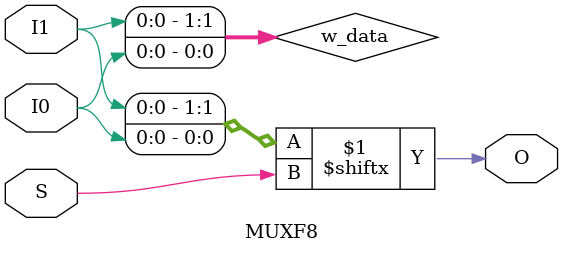
<source format=v>
`ifdef verilator3
`else
`timescale 1 ps / 1 ps
`endif

/* verilator coverage_off */
module MUXF8
(
    input  wire I0, I1, S,
    output wire O
);
    wire [1:0] w_data = { I1, I0 };

    assign O = w_data[S];

endmodule
/* verilator coverage_on */

</source>
